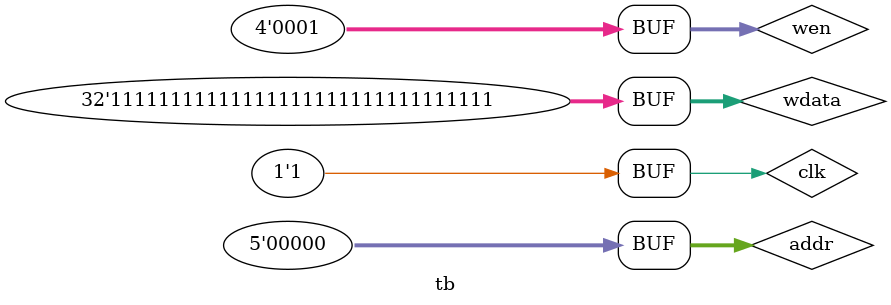
<source format=v>
`timescale 1ns / 1ps


module tb;
    reg clk;
    reg  [ 4:0] addr;
    reg  [31:0] wdata;
    reg  [ 3:0] wen;
    wire [31:0] rdata;
    reg  [ 4:0] test_addr;
    wire [31:0] test_data;  

    data_ram data_ram_module(
        .clk   (clk   ),
        .wen   (wen   ),
        .addr  (addr),
        .wdata (wdata ),
        .rdata (rdata ),
        .test_addr(test_addr),
        .test_data(test_data)
    );
    
    initial begin
        clk = 0;
        addr = 0;

        #10;
        clk = 1;
        wen = 4'hf;
        wdata = 0;
        
        #10;
        clk = 0;
        
        #10;
        clk = 1;
        wen = 4'b0001;
        wdata = 32'HFFFFFFFF;
    end
endmodule

</source>
